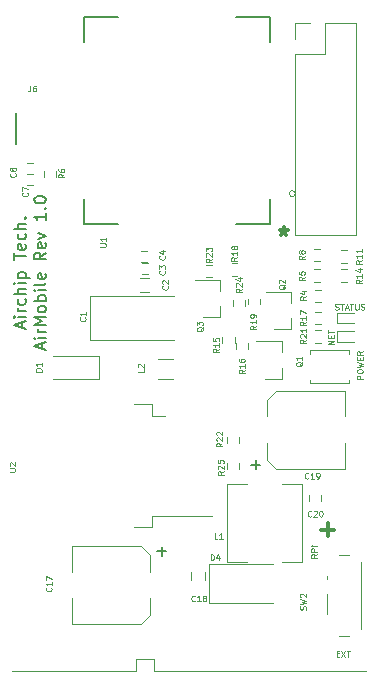
<source format=gto>
G04 #@! TF.FileFunction,Legend,Top*
%FSLAX46Y46*%
G04 Gerber Fmt 4.6, Leading zero omitted, Abs format (unit mm)*
G04 Created by KiCad (PCBNEW 4.0.7) date 06/11/18 13:45:27*
%MOMM*%
%LPD*%
G01*
G04 APERTURE LIST*
%ADD10C,0.100000*%
%ADD11C,0.200000*%
%ADD12C,0.300000*%
%ADD13C,0.010000*%
%ADD14C,0.120000*%
%ADD15C,0.127000*%
%ADD16C,0.150000*%
G04 APERTURE END LIST*
D10*
D11*
X128856667Y-96106667D02*
X128856667Y-95630476D01*
X129142381Y-96201905D02*
X128142381Y-95868572D01*
X129142381Y-95535238D01*
X129142381Y-95201905D02*
X128475714Y-95201905D01*
X128142381Y-95201905D02*
X128190000Y-95249524D01*
X128237619Y-95201905D01*
X128190000Y-95154286D01*
X128142381Y-95201905D01*
X128237619Y-95201905D01*
X129142381Y-94725715D02*
X128475714Y-94725715D01*
X128666190Y-94725715D02*
X128570952Y-94678096D01*
X128523333Y-94630477D01*
X128475714Y-94535239D01*
X128475714Y-94440000D01*
X129094762Y-93678095D02*
X129142381Y-93773333D01*
X129142381Y-93963810D01*
X129094762Y-94059048D01*
X129047143Y-94106667D01*
X128951905Y-94154286D01*
X128666190Y-94154286D01*
X128570952Y-94106667D01*
X128523333Y-94059048D01*
X128475714Y-93963810D01*
X128475714Y-93773333D01*
X128523333Y-93678095D01*
X129142381Y-93249524D02*
X128142381Y-93249524D01*
X129142381Y-92820952D02*
X128618571Y-92820952D01*
X128523333Y-92868571D01*
X128475714Y-92963809D01*
X128475714Y-93106667D01*
X128523333Y-93201905D01*
X128570952Y-93249524D01*
X129142381Y-92344762D02*
X128475714Y-92344762D01*
X128142381Y-92344762D02*
X128190000Y-92392381D01*
X128237619Y-92344762D01*
X128190000Y-92297143D01*
X128142381Y-92344762D01*
X128237619Y-92344762D01*
X128475714Y-91868572D02*
X129475714Y-91868572D01*
X128523333Y-91868572D02*
X128475714Y-91773334D01*
X128475714Y-91582857D01*
X128523333Y-91487619D01*
X128570952Y-91440000D01*
X128666190Y-91392381D01*
X128951905Y-91392381D01*
X129047143Y-91440000D01*
X129094762Y-91487619D01*
X129142381Y-91582857D01*
X129142381Y-91773334D01*
X129094762Y-91868572D01*
X128142381Y-90344762D02*
X128142381Y-89773333D01*
X129142381Y-90059048D02*
X128142381Y-90059048D01*
X129094762Y-89059047D02*
X129142381Y-89154285D01*
X129142381Y-89344762D01*
X129094762Y-89440000D01*
X128999524Y-89487619D01*
X128618571Y-89487619D01*
X128523333Y-89440000D01*
X128475714Y-89344762D01*
X128475714Y-89154285D01*
X128523333Y-89059047D01*
X128618571Y-89011428D01*
X128713810Y-89011428D01*
X128809048Y-89487619D01*
X129094762Y-88154285D02*
X129142381Y-88249523D01*
X129142381Y-88440000D01*
X129094762Y-88535238D01*
X129047143Y-88582857D01*
X128951905Y-88630476D01*
X128666190Y-88630476D01*
X128570952Y-88582857D01*
X128523333Y-88535238D01*
X128475714Y-88440000D01*
X128475714Y-88249523D01*
X128523333Y-88154285D01*
X129142381Y-87725714D02*
X128142381Y-87725714D01*
X129142381Y-87297142D02*
X128618571Y-87297142D01*
X128523333Y-87344761D01*
X128475714Y-87439999D01*
X128475714Y-87582857D01*
X128523333Y-87678095D01*
X128570952Y-87725714D01*
X129047143Y-86820952D02*
X129094762Y-86773333D01*
X129142381Y-86820952D01*
X129094762Y-86868571D01*
X129047143Y-86820952D01*
X129142381Y-86820952D01*
X130556667Y-97892381D02*
X130556667Y-97416190D01*
X130842381Y-97987619D02*
X129842381Y-97654286D01*
X130842381Y-97320952D01*
X130842381Y-96987619D02*
X130175714Y-96987619D01*
X129842381Y-96987619D02*
X129890000Y-97035238D01*
X129937619Y-96987619D01*
X129890000Y-96940000D01*
X129842381Y-96987619D01*
X129937619Y-96987619D01*
X130842381Y-96511429D02*
X130175714Y-96511429D01*
X130366190Y-96511429D02*
X130270952Y-96463810D01*
X130223333Y-96416191D01*
X130175714Y-96320953D01*
X130175714Y-96225714D01*
X130842381Y-95892381D02*
X129842381Y-95892381D01*
X130556667Y-95559047D01*
X129842381Y-95225714D01*
X130842381Y-95225714D01*
X130842381Y-94606667D02*
X130794762Y-94701905D01*
X130747143Y-94749524D01*
X130651905Y-94797143D01*
X130366190Y-94797143D01*
X130270952Y-94749524D01*
X130223333Y-94701905D01*
X130175714Y-94606667D01*
X130175714Y-94463809D01*
X130223333Y-94368571D01*
X130270952Y-94320952D01*
X130366190Y-94273333D01*
X130651905Y-94273333D01*
X130747143Y-94320952D01*
X130794762Y-94368571D01*
X130842381Y-94463809D01*
X130842381Y-94606667D01*
X130842381Y-93844762D02*
X129842381Y-93844762D01*
X130223333Y-93844762D02*
X130175714Y-93749524D01*
X130175714Y-93559047D01*
X130223333Y-93463809D01*
X130270952Y-93416190D01*
X130366190Y-93368571D01*
X130651905Y-93368571D01*
X130747143Y-93416190D01*
X130794762Y-93463809D01*
X130842381Y-93559047D01*
X130842381Y-93749524D01*
X130794762Y-93844762D01*
X130842381Y-92940000D02*
X130175714Y-92940000D01*
X129842381Y-92940000D02*
X129890000Y-92987619D01*
X129937619Y-92940000D01*
X129890000Y-92892381D01*
X129842381Y-92940000D01*
X129937619Y-92940000D01*
X130842381Y-92320953D02*
X130794762Y-92416191D01*
X130699524Y-92463810D01*
X129842381Y-92463810D01*
X130794762Y-91559047D02*
X130842381Y-91654285D01*
X130842381Y-91844762D01*
X130794762Y-91940000D01*
X130699524Y-91987619D01*
X130318571Y-91987619D01*
X130223333Y-91940000D01*
X130175714Y-91844762D01*
X130175714Y-91654285D01*
X130223333Y-91559047D01*
X130318571Y-91511428D01*
X130413810Y-91511428D01*
X130509048Y-91987619D01*
X130842381Y-89749523D02*
X130366190Y-90082857D01*
X130842381Y-90320952D02*
X129842381Y-90320952D01*
X129842381Y-89939999D01*
X129890000Y-89844761D01*
X129937619Y-89797142D01*
X130032857Y-89749523D01*
X130175714Y-89749523D01*
X130270952Y-89797142D01*
X130318571Y-89844761D01*
X130366190Y-89939999D01*
X130366190Y-90320952D01*
X130794762Y-88939999D02*
X130842381Y-89035237D01*
X130842381Y-89225714D01*
X130794762Y-89320952D01*
X130699524Y-89368571D01*
X130318571Y-89368571D01*
X130223333Y-89320952D01*
X130175714Y-89225714D01*
X130175714Y-89035237D01*
X130223333Y-88939999D01*
X130318571Y-88892380D01*
X130413810Y-88892380D01*
X130509048Y-89368571D01*
X130175714Y-88559047D02*
X130842381Y-88320952D01*
X130175714Y-88082856D01*
X130842381Y-86416189D02*
X130842381Y-86987618D01*
X130842381Y-86701904D02*
X129842381Y-86701904D01*
X129985238Y-86797142D01*
X130080476Y-86892380D01*
X130128095Y-86987618D01*
X130747143Y-85987618D02*
X130794762Y-85939999D01*
X130842381Y-85987618D01*
X130794762Y-86035237D01*
X130747143Y-85987618D01*
X130842381Y-85987618D01*
X129842381Y-85320952D02*
X129842381Y-85225713D01*
X129890000Y-85130475D01*
X129937619Y-85082856D01*
X130032857Y-85035237D01*
X130223333Y-84987618D01*
X130461429Y-84987618D01*
X130651905Y-85035237D01*
X130747143Y-85082856D01*
X130794762Y-85130475D01*
X130842381Y-85225713D01*
X130842381Y-85320952D01*
X130794762Y-85416190D01*
X130747143Y-85463809D01*
X130651905Y-85511428D01*
X130461429Y-85559047D01*
X130223333Y-85559047D01*
X130032857Y-85511428D01*
X129937619Y-85463809D01*
X129890000Y-85416190D01*
X129842381Y-85320952D01*
D12*
X154138572Y-113197143D02*
X155281429Y-113197143D01*
X154710000Y-113768571D02*
X154710000Y-112625714D01*
D10*
X155464287Y-123684286D02*
X155630953Y-123684286D01*
X155702382Y-123946190D02*
X155464287Y-123946190D01*
X155464287Y-123446190D01*
X155702382Y-123446190D01*
X155869049Y-123446190D02*
X156202382Y-123946190D01*
X156202382Y-123446190D02*
X155869049Y-123946190D01*
X156321429Y-123446190D02*
X156607143Y-123446190D01*
X156464286Y-123946190D02*
X156464286Y-123446190D01*
X153816190Y-115284285D02*
X153578095Y-115450952D01*
X153816190Y-115569999D02*
X153316190Y-115569999D01*
X153316190Y-115379523D01*
X153340000Y-115331904D01*
X153363810Y-115308095D01*
X153411429Y-115284285D01*
X153482857Y-115284285D01*
X153530476Y-115308095D01*
X153554286Y-115331904D01*
X153578095Y-115379523D01*
X153578095Y-115569999D01*
X153816190Y-115069999D02*
X153316190Y-115069999D01*
X153316190Y-114879523D01*
X153340000Y-114831904D01*
X153363810Y-114808095D01*
X153411429Y-114784285D01*
X153482857Y-114784285D01*
X153530476Y-114808095D01*
X153554286Y-114831904D01*
X153578095Y-114879523D01*
X153578095Y-115069999D01*
X153816190Y-114569999D02*
X153482857Y-114569999D01*
X153316190Y-114569999D02*
X153340000Y-114593809D01*
X153363810Y-114569999D01*
X153340000Y-114546190D01*
X153316190Y-114569999D01*
X153363810Y-114569999D01*
D12*
X151005001Y-87603571D02*
X151005001Y-87960714D01*
X150647858Y-87817857D02*
X151005001Y-87960714D01*
X151362143Y-87817857D01*
X150790715Y-88246429D02*
X151005001Y-87960714D01*
X151219286Y-88246429D01*
D13*
X139965001Y-124185001D02*
X139965001Y-125135001D01*
X139965001Y-125135001D02*
X157965001Y-125135001D01*
X138465001Y-125135001D02*
X138465001Y-124135001D01*
X138465001Y-124135001D02*
X139965001Y-124135001D01*
X127965001Y-125135001D02*
X138465001Y-125135001D01*
D14*
X154640000Y-117370000D02*
X154640000Y-117170000D01*
X157490000Y-121620000D02*
X157490000Y-115920000D01*
X154640000Y-120370000D02*
X154640000Y-118670000D01*
X155690000Y-122220000D02*
X156480000Y-122220000D01*
X156480000Y-115320000D02*
X155690000Y-115320000D01*
X150860000Y-109320000D02*
X152560000Y-109320000D01*
X152560000Y-109320000D02*
X152560000Y-115920000D01*
X152560000Y-115920000D02*
X150860000Y-115920000D01*
X147860000Y-115920000D02*
X146160000Y-115920000D01*
X146160000Y-115920000D02*
X146160000Y-109320000D01*
X146160000Y-109320000D02*
X147860000Y-109320000D01*
X138315000Y-112990000D02*
X139815000Y-112990000D01*
X139815000Y-112990000D02*
X139815000Y-112040000D01*
X139815000Y-112040000D02*
X144940000Y-112040000D01*
X138315000Y-102590000D02*
X139815000Y-102590000D01*
X139815000Y-102590000D02*
X139815000Y-103540000D01*
X139815000Y-103540000D02*
X140915000Y-103540000D01*
X151900000Y-88220000D02*
X157100000Y-88220000D01*
X151900000Y-72920000D02*
X151900000Y-88220000D01*
X157100000Y-70320000D02*
X157100000Y-88220000D01*
X151900000Y-72920000D02*
X154500000Y-72920000D01*
X154500000Y-72920000D02*
X154500000Y-70320000D01*
X154500000Y-70320000D02*
X157100000Y-70320000D01*
X151900000Y-71650000D02*
X151900000Y-70320000D01*
X151900000Y-70320000D02*
X153230000Y-70320000D01*
X134586000Y-93431000D02*
X141686000Y-93431000D01*
X134586000Y-97131000D02*
X141686000Y-97131000D01*
X134586000Y-93431000D02*
X134586000Y-97131000D01*
X139556000Y-93087000D02*
X138856000Y-93087000D01*
X138856000Y-91887000D02*
X139556000Y-91887000D01*
X139486000Y-90620000D02*
X138986000Y-90620000D01*
X138986000Y-91560000D02*
X139486000Y-91560000D01*
X139444000Y-89604000D02*
X138944000Y-89604000D01*
X138944000Y-90544000D02*
X139444000Y-90544000D01*
X139700000Y-115347000D02*
X139700000Y-116767000D01*
X133100000Y-114587000D02*
X133100000Y-116767000D01*
X133100000Y-121187000D02*
X133100000Y-119007000D01*
X139700000Y-120427000D02*
X139700000Y-119007000D01*
X133100000Y-114587000D02*
X138940000Y-114587000D01*
X138940000Y-114587000D02*
X139700000Y-115347000D01*
X139700000Y-120427000D02*
X138940000Y-121187000D01*
X138940000Y-121187000D02*
X133100000Y-121187000D01*
X144310000Y-116780000D02*
X144310000Y-117480000D01*
X143110000Y-117480000D02*
X143110000Y-116780000D01*
X154100000Y-110780000D02*
X154100000Y-110280000D01*
X153160000Y-110280000D02*
X153160000Y-110780000D01*
X135348000Y-100472000D02*
X135348000Y-98472000D01*
X135348000Y-98472000D02*
X131448000Y-98472000D01*
X135348000Y-100472000D02*
X131448000Y-100472000D01*
X155460000Y-94830000D02*
X155460000Y-95730000D01*
X155460000Y-95730000D02*
X156910000Y-95730000D01*
X155460000Y-94830000D02*
X156910000Y-94830000D01*
X155470000Y-96410000D02*
X155470000Y-97310000D01*
X155470000Y-97310000D02*
X156920000Y-97310000D01*
X155470000Y-96410000D02*
X156920000Y-96410000D01*
D15*
X128355000Y-80530000D02*
X128355000Y-77930000D01*
D14*
X140372000Y-98719000D02*
X141572000Y-98719000D01*
X141572000Y-100479000D02*
X140372000Y-100479000D01*
X150830000Y-100420000D02*
X150830000Y-99490000D01*
X150830000Y-97260000D02*
X150830000Y-98190000D01*
X150830000Y-97260000D02*
X148670000Y-97260000D01*
X150830000Y-100420000D02*
X149370000Y-100420000D01*
X151638000Y-96226000D02*
X151638000Y-95296000D01*
X151638000Y-93066000D02*
X151638000Y-93996000D01*
X151638000Y-93066000D02*
X149478000Y-93066000D01*
X151638000Y-96226000D02*
X150178000Y-96226000D01*
X145600000Y-95210000D02*
X145600000Y-94280000D01*
X145600000Y-92050000D02*
X145600000Y-92980000D01*
X145600000Y-92050000D02*
X143440000Y-92050000D01*
X145600000Y-95210000D02*
X144140000Y-95210000D01*
X154100000Y-92910000D02*
X153600000Y-92910000D01*
X153600000Y-93970000D02*
X154100000Y-93970000D01*
X154050000Y-91160000D02*
X153550000Y-91160000D01*
X153550000Y-92220000D02*
X154050000Y-92220000D01*
X154040000Y-89417000D02*
X153540000Y-89417000D01*
X153540000Y-90477000D02*
X154040000Y-90477000D01*
X156360000Y-89550000D02*
X155860000Y-89550000D01*
X155860000Y-90610000D02*
X156360000Y-90610000D01*
X156360000Y-91150000D02*
X155860000Y-91150000D01*
X155860000Y-92210000D02*
X156360000Y-92210000D01*
X146836000Y-97367000D02*
X146836000Y-96867000D01*
X145776000Y-96867000D02*
X145776000Y-97367000D01*
X147979000Y-97875000D02*
X147979000Y-97375000D01*
X146919000Y-97375000D02*
X146919000Y-97875000D01*
X153620000Y-95800000D02*
X154120000Y-95800000D01*
X154120000Y-94740000D02*
X153620000Y-94740000D01*
X146570000Y-91730000D02*
X147070000Y-91730000D01*
X147070000Y-90670000D02*
X146570000Y-90670000D01*
X147935000Y-93634000D02*
X147935000Y-94134000D01*
X148995000Y-94134000D02*
X148995000Y-93634000D01*
X153620000Y-97390000D02*
X154120000Y-97390000D01*
X154120000Y-96330000D02*
X153620000Y-96330000D01*
X147210000Y-105840000D02*
X147210000Y-105340000D01*
X146150000Y-105340000D02*
X146150000Y-105840000D01*
X144920000Y-90780000D02*
X144420000Y-90780000D01*
X144420000Y-91840000D02*
X144920000Y-91840000D01*
X146665000Y-93761000D02*
X146665000Y-94261000D01*
X147725000Y-94261000D02*
X147725000Y-93761000D01*
X147240000Y-108100000D02*
X147240000Y-107600000D01*
X146180000Y-107600000D02*
X146180000Y-108100000D01*
X156490000Y-98300000D02*
X156490000Y-98000000D01*
X156490000Y-98000000D02*
X153190000Y-98000000D01*
X153190000Y-98000000D02*
X153190000Y-98300000D01*
X156490000Y-100500000D02*
X156490000Y-100800000D01*
X156490000Y-100800000D02*
X153190000Y-100800000D01*
X153190000Y-100800000D02*
X153190000Y-100500000D01*
D10*
X151964000Y-84760000D02*
G75*
G03X151964000Y-84760000I-254000J0D01*
G01*
D15*
X149810000Y-87360000D02*
X149810000Y-85210000D01*
X149810000Y-71910000D02*
X149810000Y-69760000D01*
X149810000Y-69760000D02*
X146960000Y-69760000D01*
X136960000Y-69760000D02*
X134110000Y-69760000D01*
X134110000Y-69760000D02*
X134110000Y-71910000D01*
X134110000Y-85210000D02*
X134110000Y-87360000D01*
X134110000Y-87360000D02*
X136960000Y-87360000D01*
X146960000Y-87360000D02*
X149810000Y-87360000D01*
D14*
X131720000Y-83310000D02*
X131720000Y-82810000D01*
X130660000Y-82810000D02*
X130660000Y-83310000D01*
X129250000Y-84010000D02*
X129750000Y-84010000D01*
X129750000Y-83070000D02*
X129250000Y-83070000D01*
X129260000Y-83080000D02*
X129760000Y-83080000D01*
X129760000Y-82140000D02*
X129260000Y-82140000D01*
X149580000Y-107280000D02*
X149580000Y-105860000D01*
X156180000Y-108040000D02*
X156180000Y-105860000D01*
X156180000Y-101440000D02*
X156180000Y-103620000D01*
X149580000Y-102200000D02*
X149580000Y-103620000D01*
X156180000Y-108040000D02*
X150340000Y-108040000D01*
X150340000Y-108040000D02*
X149580000Y-107280000D01*
X149580000Y-102200000D02*
X150340000Y-101440000D01*
X150340000Y-101440000D02*
X156180000Y-101440000D01*
X144700000Y-116100000D02*
X144700000Y-119400000D01*
X144700000Y-119400000D02*
X150100000Y-119400000D01*
X144700000Y-116100000D02*
X150100000Y-116100000D01*
D10*
X152842381Y-119966666D02*
X152866190Y-119895237D01*
X152866190Y-119776190D01*
X152842381Y-119728571D01*
X152818571Y-119704761D01*
X152770952Y-119680952D01*
X152723333Y-119680952D01*
X152675714Y-119704761D01*
X152651905Y-119728571D01*
X152628095Y-119776190D01*
X152604286Y-119871428D01*
X152580476Y-119919047D01*
X152556667Y-119942856D01*
X152509048Y-119966666D01*
X152461429Y-119966666D01*
X152413810Y-119942856D01*
X152390000Y-119919047D01*
X152366190Y-119871428D01*
X152366190Y-119752380D01*
X152390000Y-119680952D01*
X152366190Y-119514285D02*
X152866190Y-119395238D01*
X152509048Y-119300000D01*
X152866190Y-119204762D01*
X152366190Y-119085714D01*
X152413810Y-118919047D02*
X152390000Y-118895237D01*
X152366190Y-118847618D01*
X152366190Y-118728571D01*
X152390000Y-118680952D01*
X152413810Y-118657142D01*
X152461429Y-118633333D01*
X152509048Y-118633333D01*
X152580476Y-118657142D01*
X152866190Y-118942856D01*
X152866190Y-118633333D01*
X145376667Y-113976190D02*
X145138572Y-113976190D01*
X145138572Y-113476190D01*
X145805238Y-113976190D02*
X145519524Y-113976190D01*
X145662381Y-113976190D02*
X145662381Y-113476190D01*
X145614762Y-113547619D01*
X145567143Y-113595238D01*
X145519524Y-113619048D01*
X127771190Y-108299952D02*
X128175952Y-108299952D01*
X128223571Y-108276143D01*
X128247381Y-108252333D01*
X128271190Y-108204714D01*
X128271190Y-108109476D01*
X128247381Y-108061857D01*
X128223571Y-108038048D01*
X128175952Y-108014238D01*
X127771190Y-108014238D01*
X127818810Y-107799952D02*
X127795000Y-107776142D01*
X127771190Y-107728523D01*
X127771190Y-107609476D01*
X127795000Y-107561857D01*
X127818810Y-107538047D01*
X127866429Y-107514238D01*
X127914048Y-107514238D01*
X127985476Y-107538047D01*
X128271190Y-107823761D01*
X128271190Y-107514238D01*
X134165571Y-95237333D02*
X134189381Y-95261143D01*
X134213190Y-95332571D01*
X134213190Y-95380190D01*
X134189381Y-95451619D01*
X134141762Y-95499238D01*
X134094143Y-95523047D01*
X133998905Y-95546857D01*
X133927476Y-95546857D01*
X133832238Y-95523047D01*
X133784619Y-95499238D01*
X133737000Y-95451619D01*
X133713190Y-95380190D01*
X133713190Y-95332571D01*
X133737000Y-95261143D01*
X133760810Y-95237333D01*
X134213190Y-94761143D02*
X134213190Y-95046857D01*
X134213190Y-94904000D02*
X133713190Y-94904000D01*
X133784619Y-94951619D01*
X133832238Y-94999238D01*
X133856048Y-95046857D01*
X141150571Y-92570333D02*
X141174381Y-92594143D01*
X141198190Y-92665571D01*
X141198190Y-92713190D01*
X141174381Y-92784619D01*
X141126762Y-92832238D01*
X141079143Y-92856047D01*
X140983905Y-92879857D01*
X140912476Y-92879857D01*
X140817238Y-92856047D01*
X140769619Y-92832238D01*
X140722000Y-92784619D01*
X140698190Y-92713190D01*
X140698190Y-92665571D01*
X140722000Y-92594143D01*
X140745810Y-92570333D01*
X140745810Y-92379857D02*
X140722000Y-92356047D01*
X140698190Y-92308428D01*
X140698190Y-92189381D01*
X140722000Y-92141762D01*
X140745810Y-92117952D01*
X140793429Y-92094143D01*
X140841048Y-92094143D01*
X140912476Y-92117952D01*
X141198190Y-92403666D01*
X141198190Y-92094143D01*
X140896571Y-91300333D02*
X140920381Y-91324143D01*
X140944190Y-91395571D01*
X140944190Y-91443190D01*
X140920381Y-91514619D01*
X140872762Y-91562238D01*
X140825143Y-91586047D01*
X140729905Y-91609857D01*
X140658476Y-91609857D01*
X140563238Y-91586047D01*
X140515619Y-91562238D01*
X140468000Y-91514619D01*
X140444190Y-91443190D01*
X140444190Y-91395571D01*
X140468000Y-91324143D01*
X140491810Y-91300333D01*
X140444190Y-91133666D02*
X140444190Y-90824143D01*
X140634667Y-90990809D01*
X140634667Y-90919381D01*
X140658476Y-90871762D01*
X140682286Y-90847952D01*
X140729905Y-90824143D01*
X140848952Y-90824143D01*
X140896571Y-90847952D01*
X140920381Y-90871762D01*
X140944190Y-90919381D01*
X140944190Y-91062238D01*
X140920381Y-91109857D01*
X140896571Y-91133666D01*
X140896571Y-90030333D02*
X140920381Y-90054143D01*
X140944190Y-90125571D01*
X140944190Y-90173190D01*
X140920381Y-90244619D01*
X140872762Y-90292238D01*
X140825143Y-90316047D01*
X140729905Y-90339857D01*
X140658476Y-90339857D01*
X140563238Y-90316047D01*
X140515619Y-90292238D01*
X140468000Y-90244619D01*
X140444190Y-90173190D01*
X140444190Y-90125571D01*
X140468000Y-90054143D01*
X140491810Y-90030333D01*
X140610857Y-89601762D02*
X140944190Y-89601762D01*
X140420381Y-89720809D02*
X140777524Y-89839857D01*
X140777524Y-89530333D01*
X131283571Y-118121428D02*
X131307381Y-118145238D01*
X131331190Y-118216666D01*
X131331190Y-118264285D01*
X131307381Y-118335714D01*
X131259762Y-118383333D01*
X131212143Y-118407142D01*
X131116905Y-118430952D01*
X131045476Y-118430952D01*
X130950238Y-118407142D01*
X130902619Y-118383333D01*
X130855000Y-118335714D01*
X130831190Y-118264285D01*
X130831190Y-118216666D01*
X130855000Y-118145238D01*
X130878810Y-118121428D01*
X131331190Y-117645238D02*
X131331190Y-117930952D01*
X131331190Y-117788095D02*
X130831190Y-117788095D01*
X130902619Y-117835714D01*
X130950238Y-117883333D01*
X130974048Y-117930952D01*
X130831190Y-117478571D02*
X130831190Y-117145238D01*
X131331190Y-117359524D01*
D16*
X140299048Y-115048429D02*
X141060953Y-115048429D01*
X140680001Y-115429381D02*
X140680001Y-114667476D01*
D10*
X143473572Y-119232571D02*
X143449762Y-119256381D01*
X143378334Y-119280190D01*
X143330715Y-119280190D01*
X143259286Y-119256381D01*
X143211667Y-119208762D01*
X143187858Y-119161143D01*
X143164048Y-119065905D01*
X143164048Y-118994476D01*
X143187858Y-118899238D01*
X143211667Y-118851619D01*
X143259286Y-118804000D01*
X143330715Y-118780190D01*
X143378334Y-118780190D01*
X143449762Y-118804000D01*
X143473572Y-118827810D01*
X143949762Y-119280190D02*
X143664048Y-119280190D01*
X143806905Y-119280190D02*
X143806905Y-118780190D01*
X143759286Y-118851619D01*
X143711667Y-118899238D01*
X143664048Y-118923048D01*
X144235476Y-118994476D02*
X144187857Y-118970667D01*
X144164048Y-118946857D01*
X144140238Y-118899238D01*
X144140238Y-118875429D01*
X144164048Y-118827810D01*
X144187857Y-118804000D01*
X144235476Y-118780190D01*
X144330714Y-118780190D01*
X144378333Y-118804000D01*
X144402143Y-118827810D01*
X144425952Y-118875429D01*
X144425952Y-118899238D01*
X144402143Y-118946857D01*
X144378333Y-118970667D01*
X144330714Y-118994476D01*
X144235476Y-118994476D01*
X144187857Y-119018286D01*
X144164048Y-119042095D01*
X144140238Y-119089714D01*
X144140238Y-119184952D01*
X144164048Y-119232571D01*
X144187857Y-119256381D01*
X144235476Y-119280190D01*
X144330714Y-119280190D01*
X144378333Y-119256381D01*
X144402143Y-119232571D01*
X144425952Y-119184952D01*
X144425952Y-119089714D01*
X144402143Y-119042095D01*
X144378333Y-119018286D01*
X144330714Y-118994476D01*
X153317572Y-112050571D02*
X153293762Y-112074381D01*
X153222334Y-112098190D01*
X153174715Y-112098190D01*
X153103286Y-112074381D01*
X153055667Y-112026762D01*
X153031858Y-111979143D01*
X153008048Y-111883905D01*
X153008048Y-111812476D01*
X153031858Y-111717238D01*
X153055667Y-111669619D01*
X153103286Y-111622000D01*
X153174715Y-111598190D01*
X153222334Y-111598190D01*
X153293762Y-111622000D01*
X153317572Y-111645810D01*
X153508048Y-111645810D02*
X153531858Y-111622000D01*
X153579477Y-111598190D01*
X153698524Y-111598190D01*
X153746143Y-111622000D01*
X153769953Y-111645810D01*
X153793762Y-111693429D01*
X153793762Y-111741048D01*
X153769953Y-111812476D01*
X153484239Y-112098190D01*
X153793762Y-112098190D01*
X154103286Y-111598190D02*
X154150905Y-111598190D01*
X154198524Y-111622000D01*
X154222333Y-111645810D01*
X154246143Y-111693429D01*
X154269952Y-111788667D01*
X154269952Y-111907714D01*
X154246143Y-112002952D01*
X154222333Y-112050571D01*
X154198524Y-112074381D01*
X154150905Y-112098190D01*
X154103286Y-112098190D01*
X154055667Y-112074381D01*
X154031857Y-112050571D01*
X154008048Y-112002952D01*
X153984238Y-111907714D01*
X153984238Y-111788667D01*
X154008048Y-111693429D01*
X154031857Y-111645810D01*
X154055667Y-111622000D01*
X154103286Y-111598190D01*
X130481190Y-99819047D02*
X129981190Y-99819047D01*
X129981190Y-99700000D01*
X130005000Y-99628571D01*
X130052619Y-99580952D01*
X130100238Y-99557143D01*
X130195476Y-99533333D01*
X130266905Y-99533333D01*
X130362143Y-99557143D01*
X130409762Y-99580952D01*
X130457381Y-99628571D01*
X130481190Y-99700000D01*
X130481190Y-99819047D01*
X130481190Y-99057143D02*
X130481190Y-99342857D01*
X130481190Y-99200000D02*
X129981190Y-99200000D01*
X130052619Y-99247619D01*
X130100238Y-99295238D01*
X130124048Y-99342857D01*
X155341906Y-94562381D02*
X155413335Y-94586190D01*
X155532382Y-94586190D01*
X155580001Y-94562381D01*
X155603811Y-94538571D01*
X155627620Y-94490952D01*
X155627620Y-94443333D01*
X155603811Y-94395714D01*
X155580001Y-94371905D01*
X155532382Y-94348095D01*
X155437144Y-94324286D01*
X155389525Y-94300476D01*
X155365716Y-94276667D01*
X155341906Y-94229048D01*
X155341906Y-94181429D01*
X155365716Y-94133810D01*
X155389525Y-94110000D01*
X155437144Y-94086190D01*
X155556192Y-94086190D01*
X155627620Y-94110000D01*
X155770477Y-94086190D02*
X156056191Y-94086190D01*
X155913334Y-94586190D02*
X155913334Y-94086190D01*
X156199048Y-94443333D02*
X156437143Y-94443333D01*
X156151429Y-94586190D02*
X156318096Y-94086190D01*
X156484762Y-94586190D01*
X156580000Y-94086190D02*
X156865714Y-94086190D01*
X156722857Y-94586190D02*
X156722857Y-94086190D01*
X157032381Y-94086190D02*
X157032381Y-94490952D01*
X157056190Y-94538571D01*
X157080000Y-94562381D01*
X157127619Y-94586190D01*
X157222857Y-94586190D01*
X157270476Y-94562381D01*
X157294285Y-94538571D01*
X157318095Y-94490952D01*
X157318095Y-94086190D01*
X157532381Y-94562381D02*
X157603810Y-94586190D01*
X157722857Y-94586190D01*
X157770476Y-94562381D01*
X157794286Y-94538571D01*
X157818095Y-94490952D01*
X157818095Y-94443333D01*
X157794286Y-94395714D01*
X157770476Y-94371905D01*
X157722857Y-94348095D01*
X157627619Y-94324286D01*
X157580000Y-94300476D01*
X157556191Y-94276667D01*
X157532381Y-94229048D01*
X157532381Y-94181429D01*
X157556191Y-94133810D01*
X157580000Y-94110000D01*
X157627619Y-94086190D01*
X157746667Y-94086190D01*
X157818095Y-94110000D01*
X155266190Y-97489523D02*
X154766190Y-97489523D01*
X155266190Y-97203809D01*
X154766190Y-97203809D01*
X155004286Y-96965713D02*
X155004286Y-96799047D01*
X155266190Y-96727618D02*
X155266190Y-96965713D01*
X154766190Y-96965713D01*
X154766190Y-96727618D01*
X154766190Y-96584761D02*
X154766190Y-96299047D01*
X155266190Y-96441904D02*
X154766190Y-96441904D01*
X129533334Y-75606190D02*
X129533334Y-75963333D01*
X129509524Y-76034762D01*
X129461905Y-76082381D01*
X129390477Y-76106190D01*
X129342858Y-76106190D01*
X129985714Y-75606190D02*
X129890476Y-75606190D01*
X129842857Y-75630000D01*
X129819048Y-75653810D01*
X129771429Y-75725238D01*
X129747619Y-75820476D01*
X129747619Y-76010952D01*
X129771429Y-76058571D01*
X129795238Y-76082381D01*
X129842857Y-76106190D01*
X129938095Y-76106190D01*
X129985714Y-76082381D01*
X130009524Y-76058571D01*
X130033333Y-76010952D01*
X130033333Y-75891905D01*
X130009524Y-75844286D01*
X129985714Y-75820476D01*
X129938095Y-75796667D01*
X129842857Y-75796667D01*
X129795238Y-75820476D01*
X129771429Y-75844286D01*
X129747619Y-75891905D01*
X139131190Y-99608333D02*
X139131190Y-99846428D01*
X138631190Y-99846428D01*
X138678810Y-99465476D02*
X138655000Y-99441666D01*
X138631190Y-99394047D01*
X138631190Y-99275000D01*
X138655000Y-99227381D01*
X138678810Y-99203571D01*
X138726429Y-99179762D01*
X138774048Y-99179762D01*
X138845476Y-99203571D01*
X139131190Y-99489285D01*
X139131190Y-99179762D01*
X152548810Y-99011619D02*
X152525000Y-99059238D01*
X152477381Y-99106857D01*
X152405952Y-99178286D01*
X152382143Y-99225905D01*
X152382143Y-99273524D01*
X152501190Y-99249714D02*
X152477381Y-99297333D01*
X152429762Y-99344952D01*
X152334524Y-99368762D01*
X152167857Y-99368762D01*
X152072619Y-99344952D01*
X152025000Y-99297333D01*
X152001190Y-99249714D01*
X152001190Y-99154476D01*
X152025000Y-99106857D01*
X152072619Y-99059238D01*
X152167857Y-99035429D01*
X152334524Y-99035429D01*
X152429762Y-99059238D01*
X152477381Y-99106857D01*
X152501190Y-99154476D01*
X152501190Y-99249714D01*
X152501190Y-98559238D02*
X152501190Y-98844952D01*
X152501190Y-98702095D02*
X152001190Y-98702095D01*
X152072619Y-98749714D01*
X152120238Y-98797333D01*
X152144048Y-98844952D01*
X151117810Y-92482619D02*
X151094000Y-92530238D01*
X151046381Y-92577857D01*
X150974952Y-92649286D01*
X150951143Y-92696905D01*
X150951143Y-92744524D01*
X151070190Y-92720714D02*
X151046381Y-92768333D01*
X150998762Y-92815952D01*
X150903524Y-92839762D01*
X150736857Y-92839762D01*
X150641619Y-92815952D01*
X150594000Y-92768333D01*
X150570190Y-92720714D01*
X150570190Y-92625476D01*
X150594000Y-92577857D01*
X150641619Y-92530238D01*
X150736857Y-92506429D01*
X150903524Y-92506429D01*
X150998762Y-92530238D01*
X151046381Y-92577857D01*
X151070190Y-92625476D01*
X151070190Y-92720714D01*
X150617810Y-92315952D02*
X150594000Y-92292142D01*
X150570190Y-92244523D01*
X150570190Y-92125476D01*
X150594000Y-92077857D01*
X150617810Y-92054047D01*
X150665429Y-92030238D01*
X150713048Y-92030238D01*
X150784476Y-92054047D01*
X151070190Y-92339761D01*
X151070190Y-92030238D01*
X144166810Y-96061619D02*
X144143000Y-96109238D01*
X144095381Y-96156857D01*
X144023952Y-96228286D01*
X144000143Y-96275905D01*
X144000143Y-96323524D01*
X144119190Y-96299714D02*
X144095381Y-96347333D01*
X144047762Y-96394952D01*
X143952524Y-96418762D01*
X143785857Y-96418762D01*
X143690619Y-96394952D01*
X143643000Y-96347333D01*
X143619190Y-96299714D01*
X143619190Y-96204476D01*
X143643000Y-96156857D01*
X143690619Y-96109238D01*
X143785857Y-96085429D01*
X143952524Y-96085429D01*
X144047762Y-96109238D01*
X144095381Y-96156857D01*
X144119190Y-96204476D01*
X144119190Y-96299714D01*
X143619190Y-95918761D02*
X143619190Y-95609238D01*
X143809667Y-95775904D01*
X143809667Y-95704476D01*
X143833476Y-95656857D01*
X143857286Y-95633047D01*
X143904905Y-95609238D01*
X144023952Y-95609238D01*
X144071571Y-95633047D01*
X144095381Y-95656857D01*
X144119190Y-95704476D01*
X144119190Y-95847333D01*
X144095381Y-95894952D01*
X144071571Y-95918761D01*
X152882190Y-93459333D02*
X152644095Y-93626000D01*
X152882190Y-93745047D02*
X152382190Y-93745047D01*
X152382190Y-93554571D01*
X152406000Y-93506952D01*
X152429810Y-93483143D01*
X152477429Y-93459333D01*
X152548857Y-93459333D01*
X152596476Y-93483143D01*
X152620286Y-93506952D01*
X152644095Y-93554571D01*
X152644095Y-93745047D01*
X152548857Y-93030762D02*
X152882190Y-93030762D01*
X152358381Y-93149809D02*
X152715524Y-93268857D01*
X152715524Y-92959333D01*
X152755190Y-91808333D02*
X152517095Y-91975000D01*
X152755190Y-92094047D02*
X152255190Y-92094047D01*
X152255190Y-91903571D01*
X152279000Y-91855952D01*
X152302810Y-91832143D01*
X152350429Y-91808333D01*
X152421857Y-91808333D01*
X152469476Y-91832143D01*
X152493286Y-91855952D01*
X152517095Y-91903571D01*
X152517095Y-92094047D01*
X152255190Y-91355952D02*
X152255190Y-91594047D01*
X152493286Y-91617857D01*
X152469476Y-91594047D01*
X152445667Y-91546428D01*
X152445667Y-91427381D01*
X152469476Y-91379762D01*
X152493286Y-91355952D01*
X152540905Y-91332143D01*
X152659952Y-91332143D01*
X152707571Y-91355952D01*
X152731381Y-91379762D01*
X152755190Y-91427381D01*
X152755190Y-91546428D01*
X152731381Y-91594047D01*
X152707571Y-91617857D01*
X152755190Y-90030333D02*
X152517095Y-90197000D01*
X152755190Y-90316047D02*
X152255190Y-90316047D01*
X152255190Y-90125571D01*
X152279000Y-90077952D01*
X152302810Y-90054143D01*
X152350429Y-90030333D01*
X152421857Y-90030333D01*
X152469476Y-90054143D01*
X152493286Y-90077952D01*
X152517095Y-90125571D01*
X152517095Y-90316047D01*
X152469476Y-89744619D02*
X152445667Y-89792238D01*
X152421857Y-89816047D01*
X152374238Y-89839857D01*
X152350429Y-89839857D01*
X152302810Y-89816047D01*
X152279000Y-89792238D01*
X152255190Y-89744619D01*
X152255190Y-89649381D01*
X152279000Y-89601762D01*
X152302810Y-89577952D01*
X152350429Y-89554143D01*
X152374238Y-89554143D01*
X152421857Y-89577952D01*
X152445667Y-89601762D01*
X152469476Y-89649381D01*
X152469476Y-89744619D01*
X152493286Y-89792238D01*
X152517095Y-89816047D01*
X152564714Y-89839857D01*
X152659952Y-89839857D01*
X152707571Y-89816047D01*
X152731381Y-89792238D01*
X152755190Y-89744619D01*
X152755190Y-89649381D01*
X152731381Y-89601762D01*
X152707571Y-89577952D01*
X152659952Y-89554143D01*
X152564714Y-89554143D01*
X152517095Y-89577952D01*
X152493286Y-89601762D01*
X152469476Y-89649381D01*
X157581190Y-90395428D02*
X157343095Y-90562095D01*
X157581190Y-90681142D02*
X157081190Y-90681142D01*
X157081190Y-90490666D01*
X157105000Y-90443047D01*
X157128810Y-90419238D01*
X157176429Y-90395428D01*
X157247857Y-90395428D01*
X157295476Y-90419238D01*
X157319286Y-90443047D01*
X157343095Y-90490666D01*
X157343095Y-90681142D01*
X157581190Y-89919238D02*
X157581190Y-90204952D01*
X157581190Y-90062095D02*
X157081190Y-90062095D01*
X157152619Y-90109714D01*
X157200238Y-90157333D01*
X157224048Y-90204952D01*
X157581190Y-89443048D02*
X157581190Y-89728762D01*
X157581190Y-89585905D02*
X157081190Y-89585905D01*
X157152619Y-89633524D01*
X157200238Y-89681143D01*
X157224048Y-89728762D01*
X157581190Y-92046428D02*
X157343095Y-92213095D01*
X157581190Y-92332142D02*
X157081190Y-92332142D01*
X157081190Y-92141666D01*
X157105000Y-92094047D01*
X157128810Y-92070238D01*
X157176429Y-92046428D01*
X157247857Y-92046428D01*
X157295476Y-92070238D01*
X157319286Y-92094047D01*
X157343095Y-92141666D01*
X157343095Y-92332142D01*
X157581190Y-91570238D02*
X157581190Y-91855952D01*
X157581190Y-91713095D02*
X157081190Y-91713095D01*
X157152619Y-91760714D01*
X157200238Y-91808333D01*
X157224048Y-91855952D01*
X157247857Y-91141667D02*
X157581190Y-91141667D01*
X157057381Y-91260714D02*
X157414524Y-91379762D01*
X157414524Y-91070238D01*
X145516190Y-97888428D02*
X145278095Y-98055095D01*
X145516190Y-98174142D02*
X145016190Y-98174142D01*
X145016190Y-97983666D01*
X145040000Y-97936047D01*
X145063810Y-97912238D01*
X145111429Y-97888428D01*
X145182857Y-97888428D01*
X145230476Y-97912238D01*
X145254286Y-97936047D01*
X145278095Y-97983666D01*
X145278095Y-98174142D01*
X145516190Y-97412238D02*
X145516190Y-97697952D01*
X145516190Y-97555095D02*
X145016190Y-97555095D01*
X145087619Y-97602714D01*
X145135238Y-97650333D01*
X145159048Y-97697952D01*
X145016190Y-96959857D02*
X145016190Y-97197952D01*
X145254286Y-97221762D01*
X145230476Y-97197952D01*
X145206667Y-97150333D01*
X145206667Y-97031286D01*
X145230476Y-96983667D01*
X145254286Y-96959857D01*
X145301905Y-96936048D01*
X145420952Y-96936048D01*
X145468571Y-96959857D01*
X145492381Y-96983667D01*
X145516190Y-97031286D01*
X145516190Y-97150333D01*
X145492381Y-97197952D01*
X145468571Y-97221762D01*
X147675190Y-99666428D02*
X147437095Y-99833095D01*
X147675190Y-99952142D02*
X147175190Y-99952142D01*
X147175190Y-99761666D01*
X147199000Y-99714047D01*
X147222810Y-99690238D01*
X147270429Y-99666428D01*
X147341857Y-99666428D01*
X147389476Y-99690238D01*
X147413286Y-99714047D01*
X147437095Y-99761666D01*
X147437095Y-99952142D01*
X147675190Y-99190238D02*
X147675190Y-99475952D01*
X147675190Y-99333095D02*
X147175190Y-99333095D01*
X147246619Y-99380714D01*
X147294238Y-99428333D01*
X147318048Y-99475952D01*
X147175190Y-98761667D02*
X147175190Y-98856905D01*
X147199000Y-98904524D01*
X147222810Y-98928333D01*
X147294238Y-98975952D01*
X147389476Y-98999762D01*
X147579952Y-98999762D01*
X147627571Y-98975952D01*
X147651381Y-98952143D01*
X147675190Y-98904524D01*
X147675190Y-98809286D01*
X147651381Y-98761667D01*
X147627571Y-98737857D01*
X147579952Y-98714048D01*
X147460905Y-98714048D01*
X147413286Y-98737857D01*
X147389476Y-98761667D01*
X147365667Y-98809286D01*
X147365667Y-98904524D01*
X147389476Y-98952143D01*
X147413286Y-98975952D01*
X147460905Y-98999762D01*
X152882190Y-95602428D02*
X152644095Y-95769095D01*
X152882190Y-95888142D02*
X152382190Y-95888142D01*
X152382190Y-95697666D01*
X152406000Y-95650047D01*
X152429810Y-95626238D01*
X152477429Y-95602428D01*
X152548857Y-95602428D01*
X152596476Y-95626238D01*
X152620286Y-95650047D01*
X152644095Y-95697666D01*
X152644095Y-95888142D01*
X152882190Y-95126238D02*
X152882190Y-95411952D01*
X152882190Y-95269095D02*
X152382190Y-95269095D01*
X152453619Y-95316714D01*
X152501238Y-95364333D01*
X152525048Y-95411952D01*
X152382190Y-94959571D02*
X152382190Y-94626238D01*
X152882190Y-94840524D01*
X147046190Y-90141428D02*
X146808095Y-90308095D01*
X147046190Y-90427142D02*
X146546190Y-90427142D01*
X146546190Y-90236666D01*
X146570000Y-90189047D01*
X146593810Y-90165238D01*
X146641429Y-90141428D01*
X146712857Y-90141428D01*
X146760476Y-90165238D01*
X146784286Y-90189047D01*
X146808095Y-90236666D01*
X146808095Y-90427142D01*
X147046190Y-89665238D02*
X147046190Y-89950952D01*
X147046190Y-89808095D02*
X146546190Y-89808095D01*
X146617619Y-89855714D01*
X146665238Y-89903333D01*
X146689048Y-89950952D01*
X146760476Y-89379524D02*
X146736667Y-89427143D01*
X146712857Y-89450952D01*
X146665238Y-89474762D01*
X146641429Y-89474762D01*
X146593810Y-89450952D01*
X146570000Y-89427143D01*
X146546190Y-89379524D01*
X146546190Y-89284286D01*
X146570000Y-89236667D01*
X146593810Y-89212857D01*
X146641429Y-89189048D01*
X146665238Y-89189048D01*
X146712857Y-89212857D01*
X146736667Y-89236667D01*
X146760476Y-89284286D01*
X146760476Y-89379524D01*
X146784286Y-89427143D01*
X146808095Y-89450952D01*
X146855714Y-89474762D01*
X146950952Y-89474762D01*
X146998571Y-89450952D01*
X147022381Y-89427143D01*
X147046190Y-89379524D01*
X147046190Y-89284286D01*
X147022381Y-89236667D01*
X146998571Y-89212857D01*
X146950952Y-89189048D01*
X146855714Y-89189048D01*
X146808095Y-89212857D01*
X146784286Y-89236667D01*
X146760476Y-89284286D01*
X148657190Y-95927428D02*
X148419095Y-96094095D01*
X148657190Y-96213142D02*
X148157190Y-96213142D01*
X148157190Y-96022666D01*
X148181000Y-95975047D01*
X148204810Y-95951238D01*
X148252429Y-95927428D01*
X148323857Y-95927428D01*
X148371476Y-95951238D01*
X148395286Y-95975047D01*
X148419095Y-96022666D01*
X148419095Y-96213142D01*
X148657190Y-95451238D02*
X148657190Y-95736952D01*
X148657190Y-95594095D02*
X148157190Y-95594095D01*
X148228619Y-95641714D01*
X148276238Y-95689333D01*
X148300048Y-95736952D01*
X148657190Y-95213143D02*
X148657190Y-95117905D01*
X148633381Y-95070286D01*
X148609571Y-95046476D01*
X148538143Y-94998857D01*
X148442905Y-94975048D01*
X148252429Y-94975048D01*
X148204810Y-94998857D01*
X148181000Y-95022667D01*
X148157190Y-95070286D01*
X148157190Y-95165524D01*
X148181000Y-95213143D01*
X148204810Y-95236952D01*
X148252429Y-95260762D01*
X148371476Y-95260762D01*
X148419095Y-95236952D01*
X148442905Y-95213143D01*
X148466714Y-95165524D01*
X148466714Y-95070286D01*
X148442905Y-95022667D01*
X148419095Y-94998857D01*
X148371476Y-94975048D01*
X152882190Y-97126428D02*
X152644095Y-97293095D01*
X152882190Y-97412142D02*
X152382190Y-97412142D01*
X152382190Y-97221666D01*
X152406000Y-97174047D01*
X152429810Y-97150238D01*
X152477429Y-97126428D01*
X152548857Y-97126428D01*
X152596476Y-97150238D01*
X152620286Y-97174047D01*
X152644095Y-97221666D01*
X152644095Y-97412142D01*
X152429810Y-96935952D02*
X152406000Y-96912142D01*
X152382190Y-96864523D01*
X152382190Y-96745476D01*
X152406000Y-96697857D01*
X152429810Y-96674047D01*
X152477429Y-96650238D01*
X152525048Y-96650238D01*
X152596476Y-96674047D01*
X152882190Y-96959761D01*
X152882190Y-96650238D01*
X152882190Y-96174048D02*
X152882190Y-96459762D01*
X152882190Y-96316905D02*
X152382190Y-96316905D01*
X152453619Y-96364524D01*
X152501238Y-96412143D01*
X152525048Y-96459762D01*
X145789190Y-105868428D02*
X145551095Y-106035095D01*
X145789190Y-106154142D02*
X145289190Y-106154142D01*
X145289190Y-105963666D01*
X145313000Y-105916047D01*
X145336810Y-105892238D01*
X145384429Y-105868428D01*
X145455857Y-105868428D01*
X145503476Y-105892238D01*
X145527286Y-105916047D01*
X145551095Y-105963666D01*
X145551095Y-106154142D01*
X145336810Y-105677952D02*
X145313000Y-105654142D01*
X145289190Y-105606523D01*
X145289190Y-105487476D01*
X145313000Y-105439857D01*
X145336810Y-105416047D01*
X145384429Y-105392238D01*
X145432048Y-105392238D01*
X145503476Y-105416047D01*
X145789190Y-105701761D01*
X145789190Y-105392238D01*
X145336810Y-105201762D02*
X145313000Y-105177952D01*
X145289190Y-105130333D01*
X145289190Y-105011286D01*
X145313000Y-104963667D01*
X145336810Y-104939857D01*
X145384429Y-104916048D01*
X145432048Y-104916048D01*
X145503476Y-104939857D01*
X145789190Y-105225571D01*
X145789190Y-104916048D01*
X144896190Y-90268428D02*
X144658095Y-90435095D01*
X144896190Y-90554142D02*
X144396190Y-90554142D01*
X144396190Y-90363666D01*
X144420000Y-90316047D01*
X144443810Y-90292238D01*
X144491429Y-90268428D01*
X144562857Y-90268428D01*
X144610476Y-90292238D01*
X144634286Y-90316047D01*
X144658095Y-90363666D01*
X144658095Y-90554142D01*
X144443810Y-90077952D02*
X144420000Y-90054142D01*
X144396190Y-90006523D01*
X144396190Y-89887476D01*
X144420000Y-89839857D01*
X144443810Y-89816047D01*
X144491429Y-89792238D01*
X144539048Y-89792238D01*
X144610476Y-89816047D01*
X144896190Y-90101761D01*
X144896190Y-89792238D01*
X144396190Y-89625571D02*
X144396190Y-89316048D01*
X144586667Y-89482714D01*
X144586667Y-89411286D01*
X144610476Y-89363667D01*
X144634286Y-89339857D01*
X144681905Y-89316048D01*
X144800952Y-89316048D01*
X144848571Y-89339857D01*
X144872381Y-89363667D01*
X144896190Y-89411286D01*
X144896190Y-89554143D01*
X144872381Y-89601762D01*
X144848571Y-89625571D01*
X147421190Y-92808428D02*
X147183095Y-92975095D01*
X147421190Y-93094142D02*
X146921190Y-93094142D01*
X146921190Y-92903666D01*
X146945000Y-92856047D01*
X146968810Y-92832238D01*
X147016429Y-92808428D01*
X147087857Y-92808428D01*
X147135476Y-92832238D01*
X147159286Y-92856047D01*
X147183095Y-92903666D01*
X147183095Y-93094142D01*
X146968810Y-92617952D02*
X146945000Y-92594142D01*
X146921190Y-92546523D01*
X146921190Y-92427476D01*
X146945000Y-92379857D01*
X146968810Y-92356047D01*
X147016429Y-92332238D01*
X147064048Y-92332238D01*
X147135476Y-92356047D01*
X147421190Y-92641761D01*
X147421190Y-92332238D01*
X147087857Y-91903667D02*
X147421190Y-91903667D01*
X146897381Y-92022714D02*
X147254524Y-92141762D01*
X147254524Y-91832238D01*
X145894190Y-108267428D02*
X145656095Y-108434095D01*
X145894190Y-108553142D02*
X145394190Y-108553142D01*
X145394190Y-108362666D01*
X145418000Y-108315047D01*
X145441810Y-108291238D01*
X145489429Y-108267428D01*
X145560857Y-108267428D01*
X145608476Y-108291238D01*
X145632286Y-108315047D01*
X145656095Y-108362666D01*
X145656095Y-108553142D01*
X145441810Y-108076952D02*
X145418000Y-108053142D01*
X145394190Y-108005523D01*
X145394190Y-107886476D01*
X145418000Y-107838857D01*
X145441810Y-107815047D01*
X145489429Y-107791238D01*
X145537048Y-107791238D01*
X145608476Y-107815047D01*
X145894190Y-108100761D01*
X145894190Y-107791238D01*
X145394190Y-107338857D02*
X145394190Y-107576952D01*
X145632286Y-107600762D01*
X145608476Y-107576952D01*
X145584667Y-107529333D01*
X145584667Y-107410286D01*
X145608476Y-107362667D01*
X145632286Y-107338857D01*
X145679905Y-107315048D01*
X145798952Y-107315048D01*
X145846571Y-107338857D01*
X145870381Y-107362667D01*
X145894190Y-107410286D01*
X145894190Y-107529333D01*
X145870381Y-107576952D01*
X145846571Y-107600762D01*
X157676190Y-100444762D02*
X157176190Y-100444762D01*
X157176190Y-100254286D01*
X157200000Y-100206667D01*
X157223810Y-100182858D01*
X157271429Y-100159048D01*
X157342857Y-100159048D01*
X157390476Y-100182858D01*
X157414286Y-100206667D01*
X157438095Y-100254286D01*
X157438095Y-100444762D01*
X157176190Y-99849524D02*
X157176190Y-99754286D01*
X157200000Y-99706667D01*
X157247619Y-99659048D01*
X157342857Y-99635239D01*
X157509524Y-99635239D01*
X157604762Y-99659048D01*
X157652381Y-99706667D01*
X157676190Y-99754286D01*
X157676190Y-99849524D01*
X157652381Y-99897143D01*
X157604762Y-99944762D01*
X157509524Y-99968572D01*
X157342857Y-99968572D01*
X157247619Y-99944762D01*
X157200000Y-99897143D01*
X157176190Y-99849524D01*
X157176190Y-99468571D02*
X157676190Y-99349524D01*
X157319048Y-99254286D01*
X157676190Y-99159048D01*
X157176190Y-99040000D01*
X157414286Y-98849523D02*
X157414286Y-98682857D01*
X157676190Y-98611428D02*
X157676190Y-98849523D01*
X157176190Y-98849523D01*
X157176190Y-98611428D01*
X157676190Y-98111428D02*
X157438095Y-98278095D01*
X157676190Y-98397142D02*
X157176190Y-98397142D01*
X157176190Y-98206666D01*
X157200000Y-98159047D01*
X157223810Y-98135238D01*
X157271429Y-98111428D01*
X157342857Y-98111428D01*
X157390476Y-98135238D01*
X157414286Y-98159047D01*
X157438095Y-98206666D01*
X157438095Y-98397142D01*
X135431190Y-89255952D02*
X135835952Y-89255952D01*
X135883571Y-89232143D01*
X135907381Y-89208333D01*
X135931190Y-89160714D01*
X135931190Y-89065476D01*
X135907381Y-89017857D01*
X135883571Y-88994048D01*
X135835952Y-88970238D01*
X135431190Y-88970238D01*
X135931190Y-88470238D02*
X135931190Y-88755952D01*
X135931190Y-88613095D02*
X135431190Y-88613095D01*
X135502619Y-88660714D01*
X135550238Y-88708333D01*
X135574048Y-88755952D01*
X132416190Y-83103333D02*
X132178095Y-83270000D01*
X132416190Y-83389047D02*
X131916190Y-83389047D01*
X131916190Y-83198571D01*
X131940000Y-83150952D01*
X131963810Y-83127143D01*
X132011429Y-83103333D01*
X132082857Y-83103333D01*
X132130476Y-83127143D01*
X132154286Y-83150952D01*
X132178095Y-83198571D01*
X132178095Y-83389047D01*
X131916190Y-82674762D02*
X131916190Y-82770000D01*
X131940000Y-82817619D01*
X131963810Y-82841428D01*
X132035238Y-82889047D01*
X132130476Y-82912857D01*
X132320952Y-82912857D01*
X132368571Y-82889047D01*
X132392381Y-82865238D01*
X132416190Y-82817619D01*
X132416190Y-82722381D01*
X132392381Y-82674762D01*
X132368571Y-82650952D01*
X132320952Y-82627143D01*
X132201905Y-82627143D01*
X132154286Y-82650952D01*
X132130476Y-82674762D01*
X132106667Y-82722381D01*
X132106667Y-82817619D01*
X132130476Y-82865238D01*
X132154286Y-82889047D01*
X132201905Y-82912857D01*
X129288571Y-84663333D02*
X129312381Y-84687143D01*
X129336190Y-84758571D01*
X129336190Y-84806190D01*
X129312381Y-84877619D01*
X129264762Y-84925238D01*
X129217143Y-84949047D01*
X129121905Y-84972857D01*
X129050476Y-84972857D01*
X128955238Y-84949047D01*
X128907619Y-84925238D01*
X128860000Y-84877619D01*
X128836190Y-84806190D01*
X128836190Y-84758571D01*
X128860000Y-84687143D01*
X128883810Y-84663333D01*
X128836190Y-84496666D02*
X128836190Y-84163333D01*
X129336190Y-84377619D01*
X128258571Y-83033333D02*
X128282381Y-83057143D01*
X128306190Y-83128571D01*
X128306190Y-83176190D01*
X128282381Y-83247619D01*
X128234762Y-83295238D01*
X128187143Y-83319047D01*
X128091905Y-83342857D01*
X128020476Y-83342857D01*
X127925238Y-83319047D01*
X127877619Y-83295238D01*
X127830000Y-83247619D01*
X127806190Y-83176190D01*
X127806190Y-83128571D01*
X127830000Y-83057143D01*
X127853810Y-83033333D01*
X128020476Y-82747619D02*
X127996667Y-82795238D01*
X127972857Y-82819047D01*
X127925238Y-82842857D01*
X127901429Y-82842857D01*
X127853810Y-82819047D01*
X127830000Y-82795238D01*
X127806190Y-82747619D01*
X127806190Y-82652381D01*
X127830000Y-82604762D01*
X127853810Y-82580952D01*
X127901429Y-82557143D01*
X127925238Y-82557143D01*
X127972857Y-82580952D01*
X127996667Y-82604762D01*
X128020476Y-82652381D01*
X128020476Y-82747619D01*
X128044286Y-82795238D01*
X128068095Y-82819047D01*
X128115714Y-82842857D01*
X128210952Y-82842857D01*
X128258571Y-82819047D01*
X128282381Y-82795238D01*
X128306190Y-82747619D01*
X128306190Y-82652381D01*
X128282381Y-82604762D01*
X128258571Y-82580952D01*
X128210952Y-82557143D01*
X128115714Y-82557143D01*
X128068095Y-82580952D01*
X128044286Y-82604762D01*
X128020476Y-82652381D01*
X153068572Y-108848571D02*
X153044762Y-108872381D01*
X152973334Y-108896190D01*
X152925715Y-108896190D01*
X152854286Y-108872381D01*
X152806667Y-108824762D01*
X152782858Y-108777143D01*
X152759048Y-108681905D01*
X152759048Y-108610476D01*
X152782858Y-108515238D01*
X152806667Y-108467619D01*
X152854286Y-108420000D01*
X152925715Y-108396190D01*
X152973334Y-108396190D01*
X153044762Y-108420000D01*
X153068572Y-108443810D01*
X153544762Y-108896190D02*
X153259048Y-108896190D01*
X153401905Y-108896190D02*
X153401905Y-108396190D01*
X153354286Y-108467619D01*
X153306667Y-108515238D01*
X153259048Y-108539048D01*
X153782857Y-108896190D02*
X153878095Y-108896190D01*
X153925714Y-108872381D01*
X153949524Y-108848571D01*
X153997143Y-108777143D01*
X154020952Y-108681905D01*
X154020952Y-108491429D01*
X153997143Y-108443810D01*
X153973333Y-108420000D01*
X153925714Y-108396190D01*
X153830476Y-108396190D01*
X153782857Y-108420000D01*
X153759048Y-108443810D01*
X153735238Y-108491429D01*
X153735238Y-108610476D01*
X153759048Y-108658095D01*
X153782857Y-108681905D01*
X153830476Y-108705714D01*
X153925714Y-108705714D01*
X153973333Y-108681905D01*
X153997143Y-108658095D01*
X154020952Y-108610476D01*
D16*
X148219048Y-107721429D02*
X148980953Y-107721429D01*
X148600001Y-108102381D02*
X148600001Y-107340476D01*
D10*
X144790953Y-115786190D02*
X144790953Y-115286190D01*
X144910000Y-115286190D01*
X144981429Y-115310000D01*
X145029048Y-115357619D01*
X145052857Y-115405238D01*
X145076667Y-115500476D01*
X145076667Y-115571905D01*
X145052857Y-115667143D01*
X145029048Y-115714762D01*
X144981429Y-115762381D01*
X144910000Y-115786190D01*
X144790953Y-115786190D01*
X145505238Y-115452857D02*
X145505238Y-115786190D01*
X145386191Y-115262381D02*
X145267143Y-115619524D01*
X145576667Y-115619524D01*
M02*

</source>
